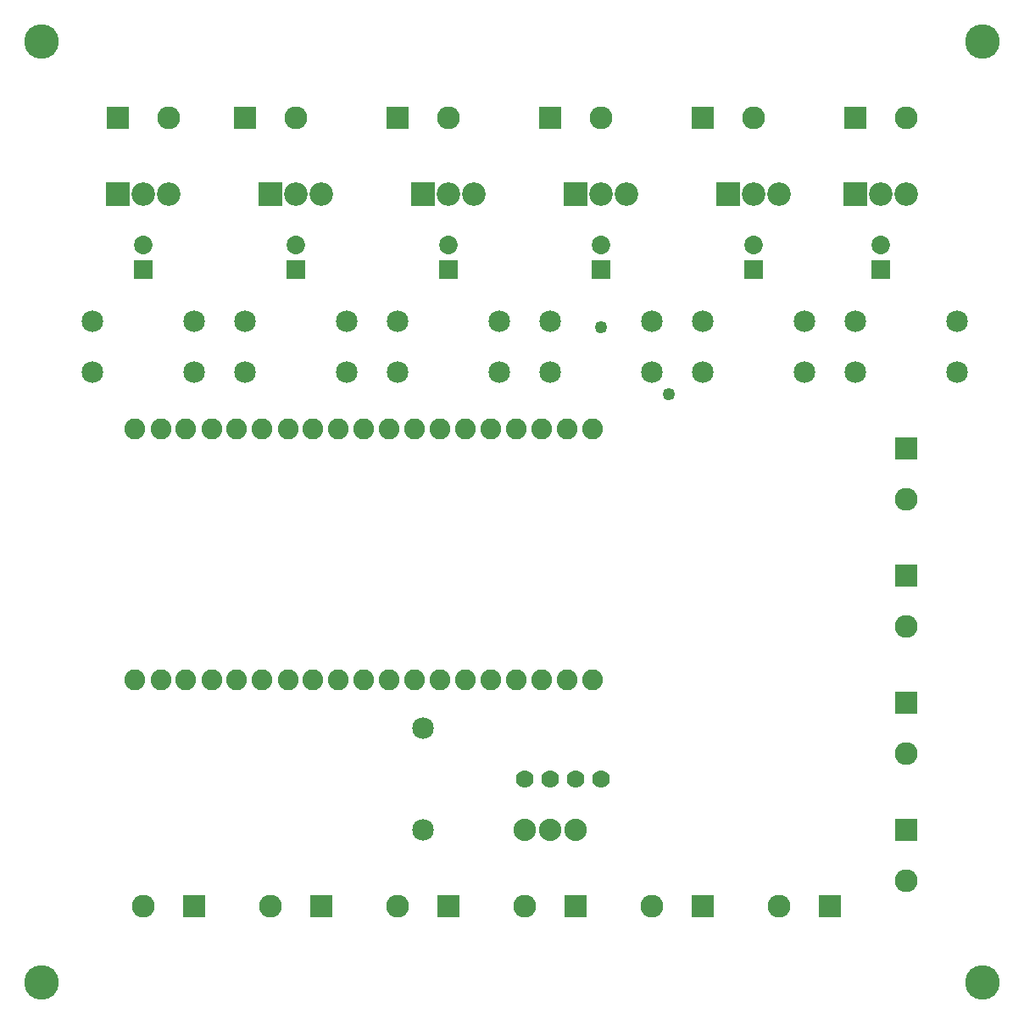
<source format=gts>
G04 MADE WITH FRITZING*
G04 WWW.FRITZING.ORG*
G04 DOUBLE SIDED*
G04 HOLES PLATED*
G04 CONTOUR ON CENTER OF CONTOUR VECTOR*
%ASAXBY*%
%FSLAX23Y23*%
%MOIN*%
%OFA0B0*%
%SFA1.0B1.0*%
%ADD10C,0.088000*%
%ADD11C,0.070000*%
%ADD12C,0.085000*%
%ADD13C,0.135984*%
%ADD14C,0.081824*%
%ADD15C,0.090000*%
%ADD16C,0.092000*%
%ADD17C,0.072992*%
%ADD18C,0.049370*%
%ADD19R,0.089986X0.090000*%
%ADD20R,0.090000X0.089986*%
%ADD21R,0.092000X0.092000*%
%ADD22R,0.072992X0.072992*%
%LNMASK1*%
G90*
G70*
G54D10*
X2215Y725D03*
X2115Y725D03*
X2015Y725D03*
G54D11*
X2315Y925D03*
X2215Y925D03*
X2115Y925D03*
X2015Y925D03*
G54D12*
X1615Y725D03*
X1615Y1125D03*
G54D13*
X115Y125D03*
X3815Y125D03*
X115Y3825D03*
X3815Y3825D03*
G54D14*
X482Y1316D03*
X583Y1316D03*
X682Y1316D03*
X783Y1316D03*
X882Y1316D03*
X982Y1316D03*
X1083Y1316D03*
X1182Y1316D03*
X1282Y1316D03*
X1382Y1316D03*
X1482Y1316D03*
X1582Y1316D03*
X1682Y1316D03*
X1782Y1316D03*
X1881Y1316D03*
X1982Y1316D03*
X2081Y1316D03*
X2181Y1316D03*
X2282Y1316D03*
X2282Y2302D03*
X2181Y2302D03*
X2081Y2302D03*
X1982Y2302D03*
X1881Y2302D03*
X1782Y2302D03*
X1682Y2302D03*
X1582Y2302D03*
X1482Y2302D03*
X1382Y2302D03*
X1282Y2302D03*
X1182Y2302D03*
X1083Y2302D03*
X982Y2302D03*
X882Y2302D03*
X783Y2302D03*
X682Y2302D03*
X583Y2302D03*
X482Y2302D03*
G54D15*
X3515Y1225D03*
X3515Y1025D03*
X3515Y725D03*
X3515Y525D03*
X2115Y3525D03*
X2315Y3525D03*
X3315Y3525D03*
X3515Y3525D03*
X2715Y3525D03*
X2915Y3525D03*
X1515Y3525D03*
X1715Y3525D03*
X915Y3525D03*
X1115Y3525D03*
X415Y3525D03*
X615Y3525D03*
X3515Y2225D03*
X3515Y2025D03*
X3515Y1725D03*
X3515Y1525D03*
X2215Y425D03*
X2015Y425D03*
X715Y425D03*
X515Y425D03*
X1215Y425D03*
X1015Y425D03*
X1715Y425D03*
X1515Y425D03*
X3215Y425D03*
X3015Y425D03*
X2715Y425D03*
X2515Y425D03*
G54D16*
X415Y3225D03*
X515Y3225D03*
X615Y3225D03*
X3315Y3225D03*
X3415Y3225D03*
X3515Y3225D03*
X2815Y3225D03*
X2915Y3225D03*
X3015Y3225D03*
X2215Y3225D03*
X2315Y3225D03*
X2415Y3225D03*
X1615Y3225D03*
X1715Y3225D03*
X1815Y3225D03*
X1015Y3225D03*
X1115Y3225D03*
X1215Y3225D03*
G54D12*
X315Y2725D03*
X715Y2725D03*
X315Y2525D03*
X715Y2525D03*
X3315Y2525D03*
X3715Y2525D03*
X2715Y2525D03*
X3115Y2525D03*
X2115Y2525D03*
X2515Y2525D03*
X1515Y2525D03*
X1915Y2525D03*
X915Y2525D03*
X1315Y2525D03*
X3315Y2725D03*
X3715Y2725D03*
X2715Y2725D03*
X3115Y2725D03*
X2115Y2725D03*
X2515Y2725D03*
X1515Y2725D03*
X1915Y2725D03*
X915Y2725D03*
X1315Y2725D03*
G54D17*
X515Y2927D03*
X515Y3025D03*
X3415Y2927D03*
X3415Y3025D03*
X2915Y2927D03*
X2915Y3025D03*
X2315Y2927D03*
X2315Y3025D03*
X1715Y2927D03*
X1715Y3025D03*
X1115Y2927D03*
X1115Y3025D03*
G54D18*
X2580Y2437D03*
X2316Y2701D03*
G54D19*
X3515Y1225D03*
X3515Y725D03*
G54D20*
X2115Y3525D03*
X3315Y3525D03*
X2715Y3525D03*
X1515Y3525D03*
X915Y3525D03*
X415Y3525D03*
G54D19*
X3515Y2225D03*
X3515Y1725D03*
G54D20*
X2215Y425D03*
X715Y425D03*
X1215Y425D03*
X1715Y425D03*
X3215Y425D03*
X2715Y425D03*
G54D21*
X415Y3225D03*
X3315Y3225D03*
X2815Y3225D03*
X2215Y3225D03*
X1615Y3225D03*
X1015Y3225D03*
G54D22*
X515Y2927D03*
X3415Y2927D03*
X2915Y2927D03*
X2315Y2927D03*
X1715Y2927D03*
X1115Y2927D03*
G04 End of Mask1*
M02*
</source>
